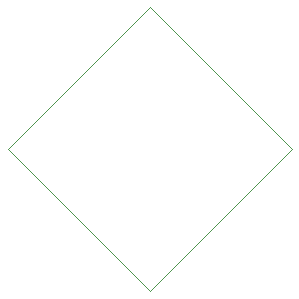
<source format=gbr>
%TF.GenerationSoftware,Altium Limited,Altium Designer,20.0.13 (296)*%
G04 Layer_Color=32768*
%FSLAX45Y45*%
%MOMM*%
%TF.FileFunction,Other,Mechanical_3*%
%TF.Part,Single*%
G01*
G75*
%TA.AperFunction,NonConductor*%
%ADD74C,0.10000*%
D74*
X12923280Y10241097D02*
X12958633Y10205745D01*
X14160718Y11407826D01*
X12958633Y12609906D02*
X14160718Y11407826D01*
X11756553D02*
X12958633Y12609906D01*
X11756553Y11407826D02*
X11774231Y11390147D01*
X12923280Y10241097D01*
%TF.MD5,7f819a72d2bea82e46eed5d0c3fe3809*%
M02*

</source>
